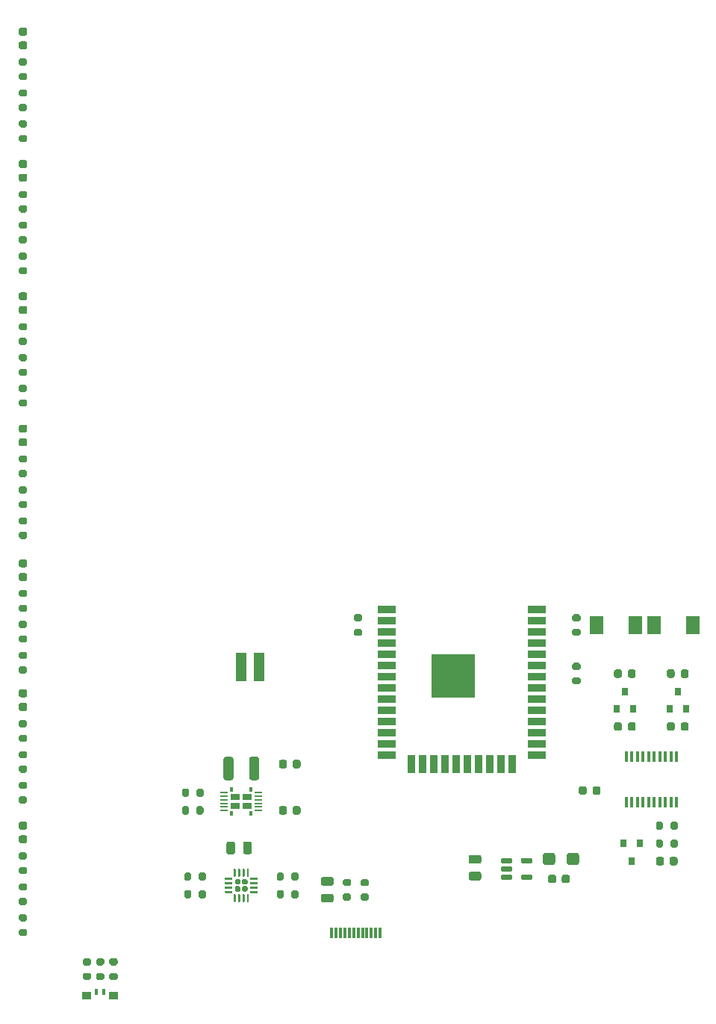
<source format=gbr>
G04 #@! TF.GenerationSoftware,KiCad,Pcbnew,(5.1.9-0-10_14)*
G04 #@! TF.CreationDate,2021-06-09T16:44:05+02:00*
G04 #@! TF.ProjectId,foodSampler_v22,666f6f64-5361-46d7-906c-65725f763232,rev?*
G04 #@! TF.SameCoordinates,Original*
G04 #@! TF.FileFunction,Paste,Top*
G04 #@! TF.FilePolarity,Positive*
%FSLAX46Y46*%
G04 Gerber Fmt 4.6, Leading zero omitted, Abs format (unit mm)*
G04 Created by KiCad (PCBNEW (5.1.9-0-10_14)) date 2021-06-09 16:44:05*
%MOMM*%
%LPD*%
G01*
G04 APERTURE LIST*
%ADD10R,0.200000X0.200000*%
%ADD11O,0.850000X0.200000*%
%ADD12R,1.100000X0.775000*%
%ADD13R,0.400000X0.575000*%
%ADD14R,1.500000X2.000000*%
%ADD15R,5.000000X5.000000*%
%ADD16R,2.000000X0.900000*%
%ADD17R,0.900000X2.000000*%
%ADD18R,0.800000X0.900000*%
%ADD19R,0.400000X1.200000*%
%ADD20R,1.250000X3.300000*%
%ADD21R,1.000000X0.900000*%
%ADD22R,0.400000X0.800000*%
%ADD23R,0.300000X1.200000*%
G04 APERTURE END LIST*
D10*
X55300000Y-135700000D03*
D11*
X54975000Y-135700000D03*
X54975000Y-136100000D03*
X54975000Y-136500000D03*
X54975000Y-135300000D03*
X54975000Y-134900000D03*
X54975000Y-134500000D03*
X51025000Y-136500000D03*
X51025000Y-136100000D03*
X51025000Y-135700000D03*
X51025000Y-135300000D03*
X51025000Y-134900000D03*
X51025000Y-134500000D03*
D10*
X55300000Y-135300000D03*
X55300000Y-134900000D03*
X55300000Y-134500000D03*
X55300000Y-136100000D03*
X55300000Y-136500000D03*
X50700000Y-136500000D03*
X50700000Y-136100000D03*
X50700000Y-135700000D03*
X50700000Y-135300000D03*
X50700000Y-134900000D03*
X50700000Y-134500000D03*
D12*
X52350000Y-135987500D03*
X53650000Y-135987500D03*
X53650000Y-135012500D03*
X52350000Y-135012500D03*
D13*
X51900000Y-134135000D03*
X51900000Y-136865000D03*
X54100000Y-136865000D03*
X54100000Y-134135000D03*
D14*
X97700000Y-115500000D03*
X93300000Y-115500000D03*
X104200000Y-115500000D03*
X99800000Y-115500000D03*
G36*
G01*
X89350000Y-144525000D02*
X89350000Y-144025000D01*
G75*
G02*
X89575000Y-143800000I225000J0D01*
G01*
X90025000Y-143800000D01*
G75*
G02*
X90250000Y-144025000I0J-225000D01*
G01*
X90250000Y-144525000D01*
G75*
G02*
X90025000Y-144750000I-225000J0D01*
G01*
X89575000Y-144750000D01*
G75*
G02*
X89350000Y-144525000I0J225000D01*
G01*
G37*
G36*
G01*
X87800000Y-144525000D02*
X87800000Y-144025000D01*
G75*
G02*
X88025000Y-143800000I225000J0D01*
G01*
X88475000Y-143800000D01*
G75*
G02*
X88700000Y-144025000I0J-225000D01*
G01*
X88700000Y-144525000D01*
G75*
G02*
X88475000Y-144750000I-225000J0D01*
G01*
X88025000Y-144750000D01*
G75*
G02*
X87800000Y-144525000I0J225000D01*
G01*
G37*
D15*
X77000000Y-121245000D03*
D16*
X69500000Y-113745000D03*
X69500000Y-115015000D03*
X69500000Y-116285000D03*
X69500000Y-117555000D03*
X69500000Y-118825000D03*
X69500000Y-120095000D03*
X69500000Y-121365000D03*
X69500000Y-122635000D03*
X69500000Y-123905000D03*
X69500000Y-125175000D03*
X69500000Y-126445000D03*
X69500000Y-127715000D03*
X69500000Y-128985000D03*
X69500000Y-130255000D03*
D17*
X72285000Y-131255000D03*
X73555000Y-131255000D03*
X74825000Y-131255000D03*
X76095000Y-131255000D03*
X77365000Y-131255000D03*
X78635000Y-131255000D03*
X79905000Y-131255000D03*
X81175000Y-131255000D03*
X82445000Y-131255000D03*
X83715000Y-131255000D03*
D16*
X86500000Y-130255000D03*
X86500000Y-128985000D03*
X86500000Y-127715000D03*
X86500000Y-126445000D03*
X86500000Y-125175000D03*
X86500000Y-123905000D03*
X86500000Y-122635000D03*
X86500000Y-121365000D03*
X86500000Y-120095000D03*
X86500000Y-118825000D03*
X86500000Y-117555000D03*
X86500000Y-116285000D03*
X86500000Y-115015000D03*
X86500000Y-113745000D03*
G36*
G01*
X96150000Y-120743750D02*
X96150000Y-121256250D01*
G75*
G02*
X95931250Y-121475000I-218750J0D01*
G01*
X95493750Y-121475000D01*
G75*
G02*
X95275000Y-121256250I0J218750D01*
G01*
X95275000Y-120743750D01*
G75*
G02*
X95493750Y-120525000I218750J0D01*
G01*
X95931250Y-120525000D01*
G75*
G02*
X96150000Y-120743750I0J-218750D01*
G01*
G37*
G36*
G01*
X97725000Y-120743750D02*
X97725000Y-121256250D01*
G75*
G02*
X97506250Y-121475000I-218750J0D01*
G01*
X97068750Y-121475000D01*
G75*
G02*
X96850000Y-121256250I0J218750D01*
G01*
X96850000Y-120743750D01*
G75*
G02*
X97068750Y-120525000I218750J0D01*
G01*
X97506250Y-120525000D01*
G75*
G02*
X97725000Y-120743750I0J-218750D01*
G01*
G37*
G36*
G01*
X103725000Y-120743750D02*
X103725000Y-121256250D01*
G75*
G02*
X103506250Y-121475000I-218750J0D01*
G01*
X103068750Y-121475000D01*
G75*
G02*
X102850000Y-121256250I0J218750D01*
G01*
X102850000Y-120743750D01*
G75*
G02*
X103068750Y-120525000I218750J0D01*
G01*
X103506250Y-120525000D01*
G75*
G02*
X103725000Y-120743750I0J-218750D01*
G01*
G37*
G36*
G01*
X102150000Y-120743750D02*
X102150000Y-121256250D01*
G75*
G02*
X101931250Y-121475000I-218750J0D01*
G01*
X101493750Y-121475000D01*
G75*
G02*
X101275000Y-121256250I0J218750D01*
G01*
X101275000Y-120743750D01*
G75*
G02*
X101493750Y-120525000I218750J0D01*
G01*
X101931250Y-120525000D01*
G75*
G02*
X102150000Y-120743750I0J-218750D01*
G01*
G37*
G36*
G01*
X93725000Y-133993750D02*
X93725000Y-134506250D01*
G75*
G02*
X93506250Y-134725000I-218750J0D01*
G01*
X93068750Y-134725000D01*
G75*
G02*
X92850000Y-134506250I0J218750D01*
G01*
X92850000Y-133993750D01*
G75*
G02*
X93068750Y-133775000I218750J0D01*
G01*
X93506250Y-133775000D01*
G75*
G02*
X93725000Y-133993750I0J-218750D01*
G01*
G37*
G36*
G01*
X92150000Y-133993750D02*
X92150000Y-134506250D01*
G75*
G02*
X91931250Y-134725000I-218750J0D01*
G01*
X91493750Y-134725000D01*
G75*
G02*
X91275000Y-134506250I0J218750D01*
G01*
X91275000Y-133993750D01*
G75*
G02*
X91493750Y-133775000I218750J0D01*
G01*
X91931250Y-133775000D01*
G75*
G02*
X92150000Y-133993750I0J-218750D01*
G01*
G37*
D18*
X95550000Y-125000000D03*
X97450000Y-125000000D03*
X96500000Y-123000000D03*
X102500000Y-123000000D03*
X103450000Y-125000000D03*
X101550000Y-125000000D03*
G36*
G01*
X97725000Y-126743750D02*
X97725000Y-127256250D01*
G75*
G02*
X97506250Y-127475000I-218750J0D01*
G01*
X97068750Y-127475000D01*
G75*
G02*
X96850000Y-127256250I0J218750D01*
G01*
X96850000Y-126743750D01*
G75*
G02*
X97068750Y-126525000I218750J0D01*
G01*
X97506250Y-126525000D01*
G75*
G02*
X97725000Y-126743750I0J-218750D01*
G01*
G37*
G36*
G01*
X96150000Y-126743750D02*
X96150000Y-127256250D01*
G75*
G02*
X95931250Y-127475000I-218750J0D01*
G01*
X95493750Y-127475000D01*
G75*
G02*
X95275000Y-127256250I0J218750D01*
G01*
X95275000Y-126743750D01*
G75*
G02*
X95493750Y-126525000I218750J0D01*
G01*
X95931250Y-126525000D01*
G75*
G02*
X96150000Y-126743750I0J-218750D01*
G01*
G37*
G36*
G01*
X102150000Y-126743750D02*
X102150000Y-127256250D01*
G75*
G02*
X101931250Y-127475000I-218750J0D01*
G01*
X101493750Y-127475000D01*
G75*
G02*
X101275000Y-127256250I0J218750D01*
G01*
X101275000Y-126743750D01*
G75*
G02*
X101493750Y-126525000I218750J0D01*
G01*
X101931250Y-126525000D01*
G75*
G02*
X102150000Y-126743750I0J-218750D01*
G01*
G37*
G36*
G01*
X103725000Y-126743750D02*
X103725000Y-127256250D01*
G75*
G02*
X103506250Y-127475000I-218750J0D01*
G01*
X103068750Y-127475000D01*
G75*
G02*
X102850000Y-127256250I0J218750D01*
G01*
X102850000Y-126743750D01*
G75*
G02*
X103068750Y-126525000I218750J0D01*
G01*
X103506250Y-126525000D01*
G75*
G02*
X103725000Y-126743750I0J-218750D01*
G01*
G37*
D19*
X102357500Y-130400000D03*
X101722500Y-130400000D03*
X101087500Y-130400000D03*
X100452500Y-130400000D03*
X99817500Y-130400000D03*
X99182500Y-130400000D03*
X98547500Y-130400000D03*
X97912500Y-130400000D03*
X97277500Y-130400000D03*
X96642500Y-130400000D03*
X96642500Y-135600000D03*
X97277500Y-135600000D03*
X97912500Y-135600000D03*
X98547500Y-135600000D03*
X99182500Y-135600000D03*
X99817500Y-135600000D03*
X100452500Y-135600000D03*
X101087500Y-135600000D03*
X101722500Y-135600000D03*
X102357500Y-135600000D03*
D18*
X98200000Y-140250000D03*
X96300000Y-140250000D03*
X97250000Y-142250000D03*
G36*
G01*
X63225000Y-146950000D02*
X62275000Y-146950000D01*
G75*
G02*
X62025000Y-146700000I0J250000D01*
G01*
X62025000Y-146200000D01*
G75*
G02*
X62275000Y-145950000I250000J0D01*
G01*
X63225000Y-145950000D01*
G75*
G02*
X63475000Y-146200000I0J-250000D01*
G01*
X63475000Y-146700000D01*
G75*
G02*
X63225000Y-146950000I-250000J0D01*
G01*
G37*
G36*
G01*
X63225000Y-145050000D02*
X62275000Y-145050000D01*
G75*
G02*
X62025000Y-144800000I0J250000D01*
G01*
X62025000Y-144300000D01*
G75*
G02*
X62275000Y-144050000I250000J0D01*
G01*
X63225000Y-144050000D01*
G75*
G02*
X63475000Y-144300000I0J-250000D01*
G01*
X63475000Y-144800000D01*
G75*
G02*
X63225000Y-145050000I-250000J0D01*
G01*
G37*
G36*
G01*
X53200000Y-141225000D02*
X53200000Y-140275000D01*
G75*
G02*
X53450000Y-140025000I250000J0D01*
G01*
X53950000Y-140025000D01*
G75*
G02*
X54200000Y-140275000I0J-250000D01*
G01*
X54200000Y-141225000D01*
G75*
G02*
X53950000Y-141475000I-250000J0D01*
G01*
X53450000Y-141475000D01*
G75*
G02*
X53200000Y-141225000I0J250000D01*
G01*
G37*
G36*
G01*
X51300000Y-141225000D02*
X51300000Y-140275000D01*
G75*
G02*
X51550000Y-140025000I250000J0D01*
G01*
X52050000Y-140025000D01*
G75*
G02*
X52300000Y-140275000I0J-250000D01*
G01*
X52300000Y-141225000D01*
G75*
G02*
X52050000Y-141475000I-250000J0D01*
G01*
X51550000Y-141475000D01*
G75*
G02*
X51300000Y-141225000I0J250000D01*
G01*
G37*
G36*
G01*
X79975000Y-142550000D02*
X79025000Y-142550000D01*
G75*
G02*
X78775000Y-142300000I0J250000D01*
G01*
X78775000Y-141800000D01*
G75*
G02*
X79025000Y-141550000I250000J0D01*
G01*
X79975000Y-141550000D01*
G75*
G02*
X80225000Y-141800000I0J-250000D01*
G01*
X80225000Y-142300000D01*
G75*
G02*
X79975000Y-142550000I-250000J0D01*
G01*
G37*
G36*
G01*
X79975000Y-144450000D02*
X79025000Y-144450000D01*
G75*
G02*
X78775000Y-144200000I0J250000D01*
G01*
X78775000Y-143700000D01*
G75*
G02*
X79025000Y-143450000I250000J0D01*
G01*
X79975000Y-143450000D01*
G75*
G02*
X80225000Y-143700000I0J-250000D01*
G01*
X80225000Y-144200000D01*
G75*
G02*
X79975000Y-144450000I-250000J0D01*
G01*
G37*
G36*
G01*
X57025000Y-146275000D02*
X57025000Y-145725000D01*
G75*
G02*
X57225000Y-145525000I200000J0D01*
G01*
X57625000Y-145525000D01*
G75*
G02*
X57825000Y-145725000I0J-200000D01*
G01*
X57825000Y-146275000D01*
G75*
G02*
X57625000Y-146475000I-200000J0D01*
G01*
X57225000Y-146475000D01*
G75*
G02*
X57025000Y-146275000I0J200000D01*
G01*
G37*
G36*
G01*
X58675000Y-146275000D02*
X58675000Y-145725000D01*
G75*
G02*
X58875000Y-145525000I200000J0D01*
G01*
X59275000Y-145525000D01*
G75*
G02*
X59475000Y-145725000I0J-200000D01*
G01*
X59475000Y-146275000D01*
G75*
G02*
X59275000Y-146475000I-200000J0D01*
G01*
X58875000Y-146475000D01*
G75*
G02*
X58675000Y-146275000I0J200000D01*
G01*
G37*
G36*
G01*
X58675000Y-144275000D02*
X58675000Y-143725000D01*
G75*
G02*
X58875000Y-143525000I200000J0D01*
G01*
X59275000Y-143525000D01*
G75*
G02*
X59475000Y-143725000I0J-200000D01*
G01*
X59475000Y-144275000D01*
G75*
G02*
X59275000Y-144475000I-200000J0D01*
G01*
X58875000Y-144475000D01*
G75*
G02*
X58675000Y-144275000I0J200000D01*
G01*
G37*
G36*
G01*
X57025000Y-144275000D02*
X57025000Y-143725000D01*
G75*
G02*
X57225000Y-143525000I200000J0D01*
G01*
X57625000Y-143525000D01*
G75*
G02*
X57825000Y-143725000I0J-200000D01*
G01*
X57825000Y-144275000D01*
G75*
G02*
X57625000Y-144475000I-200000J0D01*
G01*
X57225000Y-144475000D01*
G75*
G02*
X57025000Y-144275000I0J200000D01*
G01*
G37*
G36*
G01*
X46525000Y-146275000D02*
X46525000Y-145725000D01*
G75*
G02*
X46725000Y-145525000I200000J0D01*
G01*
X47125000Y-145525000D01*
G75*
G02*
X47325000Y-145725000I0J-200000D01*
G01*
X47325000Y-146275000D01*
G75*
G02*
X47125000Y-146475000I-200000J0D01*
G01*
X46725000Y-146475000D01*
G75*
G02*
X46525000Y-146275000I0J200000D01*
G01*
G37*
G36*
G01*
X48175000Y-146275000D02*
X48175000Y-145725000D01*
G75*
G02*
X48375000Y-145525000I200000J0D01*
G01*
X48775000Y-145525000D01*
G75*
G02*
X48975000Y-145725000I0J-200000D01*
G01*
X48975000Y-146275000D01*
G75*
G02*
X48775000Y-146475000I-200000J0D01*
G01*
X48375000Y-146475000D01*
G75*
G02*
X48175000Y-146275000I0J200000D01*
G01*
G37*
G36*
G01*
X48175000Y-144275000D02*
X48175000Y-143725000D01*
G75*
G02*
X48375000Y-143525000I200000J0D01*
G01*
X48775000Y-143525000D01*
G75*
G02*
X48975000Y-143725000I0J-200000D01*
G01*
X48975000Y-144275000D01*
G75*
G02*
X48775000Y-144475000I-200000J0D01*
G01*
X48375000Y-144475000D01*
G75*
G02*
X48175000Y-144275000I0J200000D01*
G01*
G37*
G36*
G01*
X46525000Y-144275000D02*
X46525000Y-143725000D01*
G75*
G02*
X46725000Y-143525000I200000J0D01*
G01*
X47125000Y-143525000D01*
G75*
G02*
X47325000Y-143725000I0J-200000D01*
G01*
X47325000Y-144275000D01*
G75*
G02*
X47125000Y-144475000I-200000J0D01*
G01*
X46725000Y-144475000D01*
G75*
G02*
X46525000Y-144275000I0J200000D01*
G01*
G37*
G36*
G01*
X53687500Y-143125000D02*
X53812500Y-143125000D01*
G75*
G02*
X53875000Y-143187500I0J-62500D01*
G01*
X53875000Y-143937500D01*
G75*
G02*
X53812500Y-144000000I-62500J0D01*
G01*
X53687500Y-144000000D01*
G75*
G02*
X53625000Y-143937500I0J62500D01*
G01*
X53625000Y-143187500D01*
G75*
G02*
X53687500Y-143125000I62500J0D01*
G01*
G37*
G36*
G01*
X53187500Y-143125000D02*
X53312500Y-143125000D01*
G75*
G02*
X53375000Y-143187500I0J-62500D01*
G01*
X53375000Y-143937500D01*
G75*
G02*
X53312500Y-144000000I-62500J0D01*
G01*
X53187500Y-144000000D01*
G75*
G02*
X53125000Y-143937500I0J62500D01*
G01*
X53125000Y-143187500D01*
G75*
G02*
X53187500Y-143125000I62500J0D01*
G01*
G37*
G36*
G01*
X52687500Y-143125000D02*
X52812500Y-143125000D01*
G75*
G02*
X52875000Y-143187500I0J-62500D01*
G01*
X52875000Y-143937500D01*
G75*
G02*
X52812500Y-144000000I-62500J0D01*
G01*
X52687500Y-144000000D01*
G75*
G02*
X52625000Y-143937500I0J62500D01*
G01*
X52625000Y-143187500D01*
G75*
G02*
X52687500Y-143125000I62500J0D01*
G01*
G37*
G36*
G01*
X52187500Y-143125000D02*
X52312500Y-143125000D01*
G75*
G02*
X52375000Y-143187500I0J-62500D01*
G01*
X52375000Y-143937500D01*
G75*
G02*
X52312500Y-144000000I-62500J0D01*
G01*
X52187500Y-144000000D01*
G75*
G02*
X52125000Y-143937500I0J62500D01*
G01*
X52125000Y-143187500D01*
G75*
G02*
X52187500Y-143125000I62500J0D01*
G01*
G37*
G36*
G01*
X51187500Y-144125000D02*
X51937500Y-144125000D01*
G75*
G02*
X52000000Y-144187500I0J-62500D01*
G01*
X52000000Y-144312500D01*
G75*
G02*
X51937500Y-144375000I-62500J0D01*
G01*
X51187500Y-144375000D01*
G75*
G02*
X51125000Y-144312500I0J62500D01*
G01*
X51125000Y-144187500D01*
G75*
G02*
X51187500Y-144125000I62500J0D01*
G01*
G37*
G36*
G01*
X51187500Y-144625000D02*
X51937500Y-144625000D01*
G75*
G02*
X52000000Y-144687500I0J-62500D01*
G01*
X52000000Y-144812500D01*
G75*
G02*
X51937500Y-144875000I-62500J0D01*
G01*
X51187500Y-144875000D01*
G75*
G02*
X51125000Y-144812500I0J62500D01*
G01*
X51125000Y-144687500D01*
G75*
G02*
X51187500Y-144625000I62500J0D01*
G01*
G37*
G36*
G01*
X51187500Y-145125000D02*
X51937500Y-145125000D01*
G75*
G02*
X52000000Y-145187500I0J-62500D01*
G01*
X52000000Y-145312500D01*
G75*
G02*
X51937500Y-145375000I-62500J0D01*
G01*
X51187500Y-145375000D01*
G75*
G02*
X51125000Y-145312500I0J62500D01*
G01*
X51125000Y-145187500D01*
G75*
G02*
X51187500Y-145125000I62500J0D01*
G01*
G37*
G36*
G01*
X51187500Y-145625000D02*
X51937500Y-145625000D01*
G75*
G02*
X52000000Y-145687500I0J-62500D01*
G01*
X52000000Y-145812500D01*
G75*
G02*
X51937500Y-145875000I-62500J0D01*
G01*
X51187500Y-145875000D01*
G75*
G02*
X51125000Y-145812500I0J62500D01*
G01*
X51125000Y-145687500D01*
G75*
G02*
X51187500Y-145625000I62500J0D01*
G01*
G37*
G36*
G01*
X52187500Y-146000000D02*
X52312500Y-146000000D01*
G75*
G02*
X52375000Y-146062500I0J-62500D01*
G01*
X52375000Y-146812500D01*
G75*
G02*
X52312500Y-146875000I-62500J0D01*
G01*
X52187500Y-146875000D01*
G75*
G02*
X52125000Y-146812500I0J62500D01*
G01*
X52125000Y-146062500D01*
G75*
G02*
X52187500Y-146000000I62500J0D01*
G01*
G37*
G36*
G01*
X52687500Y-146000000D02*
X52812500Y-146000000D01*
G75*
G02*
X52875000Y-146062500I0J-62500D01*
G01*
X52875000Y-146812500D01*
G75*
G02*
X52812500Y-146875000I-62500J0D01*
G01*
X52687500Y-146875000D01*
G75*
G02*
X52625000Y-146812500I0J62500D01*
G01*
X52625000Y-146062500D01*
G75*
G02*
X52687500Y-146000000I62500J0D01*
G01*
G37*
G36*
G01*
X53187500Y-146000000D02*
X53312500Y-146000000D01*
G75*
G02*
X53375000Y-146062500I0J-62500D01*
G01*
X53375000Y-146812500D01*
G75*
G02*
X53312500Y-146875000I-62500J0D01*
G01*
X53187500Y-146875000D01*
G75*
G02*
X53125000Y-146812500I0J62500D01*
G01*
X53125000Y-146062500D01*
G75*
G02*
X53187500Y-146000000I62500J0D01*
G01*
G37*
G36*
G01*
X53687500Y-146000000D02*
X53812500Y-146000000D01*
G75*
G02*
X53875000Y-146062500I0J-62500D01*
G01*
X53875000Y-146812500D01*
G75*
G02*
X53812500Y-146875000I-62500J0D01*
G01*
X53687500Y-146875000D01*
G75*
G02*
X53625000Y-146812500I0J62500D01*
G01*
X53625000Y-146062500D01*
G75*
G02*
X53687500Y-146000000I62500J0D01*
G01*
G37*
G36*
G01*
X54062500Y-145625000D02*
X54812500Y-145625000D01*
G75*
G02*
X54875000Y-145687500I0J-62500D01*
G01*
X54875000Y-145812500D01*
G75*
G02*
X54812500Y-145875000I-62500J0D01*
G01*
X54062500Y-145875000D01*
G75*
G02*
X54000000Y-145812500I0J62500D01*
G01*
X54000000Y-145687500D01*
G75*
G02*
X54062500Y-145625000I62500J0D01*
G01*
G37*
G36*
G01*
X54062500Y-145125000D02*
X54812500Y-145125000D01*
G75*
G02*
X54875000Y-145187500I0J-62500D01*
G01*
X54875000Y-145312500D01*
G75*
G02*
X54812500Y-145375000I-62500J0D01*
G01*
X54062500Y-145375000D01*
G75*
G02*
X54000000Y-145312500I0J62500D01*
G01*
X54000000Y-145187500D01*
G75*
G02*
X54062500Y-145125000I62500J0D01*
G01*
G37*
G36*
G01*
X54062500Y-144625000D02*
X54812500Y-144625000D01*
G75*
G02*
X54875000Y-144687500I0J-62500D01*
G01*
X54875000Y-144812500D01*
G75*
G02*
X54812500Y-144875000I-62500J0D01*
G01*
X54062500Y-144875000D01*
G75*
G02*
X54000000Y-144812500I0J62500D01*
G01*
X54000000Y-144687500D01*
G75*
G02*
X54062500Y-144625000I62500J0D01*
G01*
G37*
G36*
G01*
X54062500Y-144125000D02*
X54812500Y-144125000D01*
G75*
G02*
X54875000Y-144187500I0J-62500D01*
G01*
X54875000Y-144312500D01*
G75*
G02*
X54812500Y-144375000I-62500J0D01*
G01*
X54062500Y-144375000D01*
G75*
G02*
X54000000Y-144312500I0J62500D01*
G01*
X54000000Y-144187500D01*
G75*
G02*
X54062500Y-144125000I62500J0D01*
G01*
G37*
G36*
G01*
X53240000Y-144280000D02*
X53560000Y-144280000D01*
G75*
G02*
X53720000Y-144440000I0J-160000D01*
G01*
X53720000Y-144760000D01*
G75*
G02*
X53560000Y-144920000I-160000J0D01*
G01*
X53240000Y-144920000D01*
G75*
G02*
X53080000Y-144760000I0J160000D01*
G01*
X53080000Y-144440000D01*
G75*
G02*
X53240000Y-144280000I160000J0D01*
G01*
G37*
G36*
G01*
X52440000Y-144280000D02*
X52760000Y-144280000D01*
G75*
G02*
X52920000Y-144440000I0J-160000D01*
G01*
X52920000Y-144760000D01*
G75*
G02*
X52760000Y-144920000I-160000J0D01*
G01*
X52440000Y-144920000D01*
G75*
G02*
X52280000Y-144760000I0J160000D01*
G01*
X52280000Y-144440000D01*
G75*
G02*
X52440000Y-144280000I160000J0D01*
G01*
G37*
G36*
G01*
X53240000Y-145080000D02*
X53560000Y-145080000D01*
G75*
G02*
X53720000Y-145240000I0J-160000D01*
G01*
X53720000Y-145560000D01*
G75*
G02*
X53560000Y-145720000I-160000J0D01*
G01*
X53240000Y-145720000D01*
G75*
G02*
X53080000Y-145560000I0J160000D01*
G01*
X53080000Y-145240000D01*
G75*
G02*
X53240000Y-145080000I160000J0D01*
G01*
G37*
G36*
G01*
X52440000Y-145080000D02*
X52760000Y-145080000D01*
G75*
G02*
X52920000Y-145240000I0J-160000D01*
G01*
X52920000Y-145560000D01*
G75*
G02*
X52760000Y-145720000I-160000J0D01*
G01*
X52440000Y-145720000D01*
G75*
G02*
X52280000Y-145560000I0J160000D01*
G01*
X52280000Y-145240000D01*
G75*
G02*
X52440000Y-145080000I160000J0D01*
G01*
G37*
G36*
G01*
X82425001Y-142335001D02*
X82425001Y-142035001D01*
G75*
G02*
X82575001Y-141885001I150000J0D01*
G01*
X83600001Y-141885001D01*
G75*
G02*
X83750001Y-142035001I0J-150000D01*
G01*
X83750001Y-142335001D01*
G75*
G02*
X83600001Y-142485001I-150000J0D01*
G01*
X82575001Y-142485001D01*
G75*
G02*
X82425001Y-142335001I0J150000D01*
G01*
G37*
G36*
G01*
X82425001Y-143285001D02*
X82425001Y-142985001D01*
G75*
G02*
X82575001Y-142835001I150000J0D01*
G01*
X83600001Y-142835001D01*
G75*
G02*
X83750001Y-142985001I0J-150000D01*
G01*
X83750001Y-143285001D01*
G75*
G02*
X83600001Y-143435001I-150000J0D01*
G01*
X82575001Y-143435001D01*
G75*
G02*
X82425001Y-143285001I0J150000D01*
G01*
G37*
G36*
G01*
X82425001Y-144235001D02*
X82425001Y-143935001D01*
G75*
G02*
X82575001Y-143785001I150000J0D01*
G01*
X83600001Y-143785001D01*
G75*
G02*
X83750001Y-143935001I0J-150000D01*
G01*
X83750001Y-144235001D01*
G75*
G02*
X83600001Y-144385001I-150000J0D01*
G01*
X82575001Y-144385001D01*
G75*
G02*
X82425001Y-144235001I0J150000D01*
G01*
G37*
G36*
G01*
X84700001Y-144235001D02*
X84700001Y-143935001D01*
G75*
G02*
X84850001Y-143785001I150000J0D01*
G01*
X85875001Y-143785001D01*
G75*
G02*
X86025001Y-143935001I0J-150000D01*
G01*
X86025001Y-144235001D01*
G75*
G02*
X85875001Y-144385001I-150000J0D01*
G01*
X84850001Y-144385001D01*
G75*
G02*
X84700001Y-144235001I0J150000D01*
G01*
G37*
G36*
G01*
X84700001Y-142335001D02*
X84700001Y-142035001D01*
G75*
G02*
X84850001Y-141885001I150000J0D01*
G01*
X85875001Y-141885001D01*
G75*
G02*
X86025001Y-142035001I0J-150000D01*
G01*
X86025001Y-142335001D01*
G75*
G02*
X85875001Y-142485001I-150000J0D01*
G01*
X84850001Y-142485001D01*
G75*
G02*
X84700001Y-142335001I0J150000D01*
G01*
G37*
G36*
G01*
X87200000Y-142425001D02*
X87200000Y-141574999D01*
G75*
G02*
X87449999Y-141325000I249999J0D01*
G01*
X88350001Y-141325000D01*
G75*
G02*
X88600000Y-141574999I0J-249999D01*
G01*
X88600000Y-142425001D01*
G75*
G02*
X88350001Y-142675000I-249999J0D01*
G01*
X87449999Y-142675000D01*
G75*
G02*
X87200000Y-142425001I0J249999D01*
G01*
G37*
G36*
G01*
X89900000Y-142425001D02*
X89900000Y-141574999D01*
G75*
G02*
X90149999Y-141325000I249999J0D01*
G01*
X91050001Y-141325000D01*
G75*
G02*
X91300000Y-141574999I0J-249999D01*
G01*
X91300000Y-142425001D01*
G75*
G02*
X91050001Y-142675000I-249999J0D01*
G01*
X90149999Y-142675000D01*
G75*
G02*
X89900000Y-142425001I0J249999D01*
G01*
G37*
D20*
X55000000Y-120250000D03*
X53000000Y-120250000D03*
D21*
X38500000Y-157500000D03*
X35500000Y-157500000D03*
D22*
X36550000Y-157050000D03*
X37400000Y-157050000D03*
G36*
G01*
X38775000Y-154075000D02*
X38225000Y-154075000D01*
G75*
G02*
X38025000Y-153875000I0J200000D01*
G01*
X38025000Y-153475000D01*
G75*
G02*
X38225000Y-153275000I200000J0D01*
G01*
X38775000Y-153275000D01*
G75*
G02*
X38975000Y-153475000I0J-200000D01*
G01*
X38975000Y-153875000D01*
G75*
G02*
X38775000Y-154075000I-200000J0D01*
G01*
G37*
G36*
G01*
X38775000Y-155725000D02*
X38225000Y-155725000D01*
G75*
G02*
X38025000Y-155525000I0J200000D01*
G01*
X38025000Y-155125000D01*
G75*
G02*
X38225000Y-154925000I200000J0D01*
G01*
X38775000Y-154925000D01*
G75*
G02*
X38975000Y-155125000I0J-200000D01*
G01*
X38975000Y-155525000D01*
G75*
G02*
X38775000Y-155725000I-200000J0D01*
G01*
G37*
G36*
G01*
X35775000Y-155725000D02*
X35225000Y-155725000D01*
G75*
G02*
X35025000Y-155525000I0J200000D01*
G01*
X35025000Y-155125000D01*
G75*
G02*
X35225000Y-154925000I200000J0D01*
G01*
X35775000Y-154925000D01*
G75*
G02*
X35975000Y-155125000I0J-200000D01*
G01*
X35975000Y-155525000D01*
G75*
G02*
X35775000Y-155725000I-200000J0D01*
G01*
G37*
G36*
G01*
X35775000Y-154075000D02*
X35225000Y-154075000D01*
G75*
G02*
X35025000Y-153875000I0J200000D01*
G01*
X35025000Y-153475000D01*
G75*
G02*
X35225000Y-153275000I200000J0D01*
G01*
X35775000Y-153275000D01*
G75*
G02*
X35975000Y-153475000I0J-200000D01*
G01*
X35975000Y-153875000D01*
G75*
G02*
X35775000Y-154075000I-200000J0D01*
G01*
G37*
G36*
G01*
X37275000Y-155725000D02*
X36725000Y-155725000D01*
G75*
G02*
X36525000Y-155525000I0J200000D01*
G01*
X36525000Y-155125000D01*
G75*
G02*
X36725000Y-154925000I200000J0D01*
G01*
X37275000Y-154925000D01*
G75*
G02*
X37475000Y-155125000I0J-200000D01*
G01*
X37475000Y-155525000D01*
G75*
G02*
X37275000Y-155725000I-200000J0D01*
G01*
G37*
G36*
G01*
X37275000Y-154075000D02*
X36725000Y-154075000D01*
G75*
G02*
X36525000Y-153875000I0J200000D01*
G01*
X36525000Y-153475000D01*
G75*
G02*
X36725000Y-153275000I200000J0D01*
G01*
X37275000Y-153275000D01*
G75*
G02*
X37475000Y-153475000I0J-200000D01*
G01*
X37475000Y-153875000D01*
G75*
G02*
X37275000Y-154075000I-200000J0D01*
G01*
G37*
G36*
G01*
X67275000Y-146725000D02*
X66725000Y-146725000D01*
G75*
G02*
X66525000Y-146525000I0J200000D01*
G01*
X66525000Y-146125000D01*
G75*
G02*
X66725000Y-145925000I200000J0D01*
G01*
X67275000Y-145925000D01*
G75*
G02*
X67475000Y-146125000I0J-200000D01*
G01*
X67475000Y-146525000D01*
G75*
G02*
X67275000Y-146725000I-200000J0D01*
G01*
G37*
G36*
G01*
X67275000Y-145075000D02*
X66725000Y-145075000D01*
G75*
G02*
X66525000Y-144875000I0J200000D01*
G01*
X66525000Y-144475000D01*
G75*
G02*
X66725000Y-144275000I200000J0D01*
G01*
X67275000Y-144275000D01*
G75*
G02*
X67475000Y-144475000I0J-200000D01*
G01*
X67475000Y-144875000D01*
G75*
G02*
X67275000Y-145075000I-200000J0D01*
G01*
G37*
G36*
G01*
X64725000Y-145925000D02*
X65275000Y-145925000D01*
G75*
G02*
X65475000Y-146125000I0J-200000D01*
G01*
X65475000Y-146525000D01*
G75*
G02*
X65275000Y-146725000I-200000J0D01*
G01*
X64725000Y-146725000D01*
G75*
G02*
X64525000Y-146525000I0J200000D01*
G01*
X64525000Y-146125000D01*
G75*
G02*
X64725000Y-145925000I200000J0D01*
G01*
G37*
G36*
G01*
X64725000Y-144275000D02*
X65275000Y-144275000D01*
G75*
G02*
X65475000Y-144475000I0J-200000D01*
G01*
X65475000Y-144875000D01*
G75*
G02*
X65275000Y-145075000I-200000J0D01*
G01*
X64725000Y-145075000D01*
G75*
G02*
X64525000Y-144875000I0J200000D01*
G01*
X64525000Y-144475000D01*
G75*
G02*
X64725000Y-144275000I200000J0D01*
G01*
G37*
G36*
G01*
X58825000Y-136750000D02*
X58825000Y-136250000D01*
G75*
G02*
X59050000Y-136025000I225000J0D01*
G01*
X59500000Y-136025000D01*
G75*
G02*
X59725000Y-136250000I0J-225000D01*
G01*
X59725000Y-136750000D01*
G75*
G02*
X59500000Y-136975000I-225000J0D01*
G01*
X59050000Y-136975000D01*
G75*
G02*
X58825000Y-136750000I0J225000D01*
G01*
G37*
G36*
G01*
X57275000Y-136750000D02*
X57275000Y-136250000D01*
G75*
G02*
X57500000Y-136025000I225000J0D01*
G01*
X57950000Y-136025000D01*
G75*
G02*
X58175000Y-136250000I0J-225000D01*
G01*
X58175000Y-136750000D01*
G75*
G02*
X57950000Y-136975000I-225000J0D01*
G01*
X57500000Y-136975000D01*
G75*
G02*
X57275000Y-136750000I0J225000D01*
G01*
G37*
G36*
G01*
X58825000Y-131500000D02*
X58825000Y-131000000D01*
G75*
G02*
X59050000Y-130775000I225000J0D01*
G01*
X59500000Y-130775000D01*
G75*
G02*
X59725000Y-131000000I0J-225000D01*
G01*
X59725000Y-131500000D01*
G75*
G02*
X59500000Y-131725000I-225000J0D01*
G01*
X59050000Y-131725000D01*
G75*
G02*
X58825000Y-131500000I0J225000D01*
G01*
G37*
G36*
G01*
X57275000Y-131500000D02*
X57275000Y-131000000D01*
G75*
G02*
X57500000Y-130775000I225000J0D01*
G01*
X57950000Y-130775000D01*
G75*
G02*
X58175000Y-131000000I0J-225000D01*
G01*
X58175000Y-131500000D01*
G75*
G02*
X57950000Y-131725000I-225000J0D01*
G01*
X57500000Y-131725000D01*
G75*
G02*
X57275000Y-131500000I0J225000D01*
G01*
G37*
G36*
G01*
X28500000Y-50225000D02*
X28000000Y-50225000D01*
G75*
G02*
X27775000Y-50000000I0J225000D01*
G01*
X27775000Y-49550000D01*
G75*
G02*
X28000000Y-49325000I225000J0D01*
G01*
X28500000Y-49325000D01*
G75*
G02*
X28725000Y-49550000I0J-225000D01*
G01*
X28725000Y-50000000D01*
G75*
G02*
X28500000Y-50225000I-225000J0D01*
G01*
G37*
G36*
G01*
X28500000Y-48675000D02*
X28000000Y-48675000D01*
G75*
G02*
X27775000Y-48450000I0J225000D01*
G01*
X27775000Y-48000000D01*
G75*
G02*
X28000000Y-47775000I225000J0D01*
G01*
X28500000Y-47775000D01*
G75*
G02*
X28725000Y-48000000I0J-225000D01*
G01*
X28725000Y-48450000D01*
G75*
G02*
X28500000Y-48675000I-225000J0D01*
G01*
G37*
G36*
G01*
X28500000Y-65225000D02*
X28000000Y-65225000D01*
G75*
G02*
X27775000Y-65000000I0J225000D01*
G01*
X27775000Y-64550000D01*
G75*
G02*
X28000000Y-64325000I225000J0D01*
G01*
X28500000Y-64325000D01*
G75*
G02*
X28725000Y-64550000I0J-225000D01*
G01*
X28725000Y-65000000D01*
G75*
G02*
X28500000Y-65225000I-225000J0D01*
G01*
G37*
G36*
G01*
X28500000Y-63675000D02*
X28000000Y-63675000D01*
G75*
G02*
X27775000Y-63450000I0J225000D01*
G01*
X27775000Y-63000000D01*
G75*
G02*
X28000000Y-62775000I225000J0D01*
G01*
X28500000Y-62775000D01*
G75*
G02*
X28725000Y-63000000I0J-225000D01*
G01*
X28725000Y-63450000D01*
G75*
G02*
X28500000Y-63675000I-225000J0D01*
G01*
G37*
G36*
G01*
X28500000Y-80225000D02*
X28000000Y-80225000D01*
G75*
G02*
X27775000Y-80000000I0J225000D01*
G01*
X27775000Y-79550000D01*
G75*
G02*
X28000000Y-79325000I225000J0D01*
G01*
X28500000Y-79325000D01*
G75*
G02*
X28725000Y-79550000I0J-225000D01*
G01*
X28725000Y-80000000D01*
G75*
G02*
X28500000Y-80225000I-225000J0D01*
G01*
G37*
G36*
G01*
X28500000Y-78675000D02*
X28000000Y-78675000D01*
G75*
G02*
X27775000Y-78450000I0J225000D01*
G01*
X27775000Y-78000000D01*
G75*
G02*
X28000000Y-77775000I225000J0D01*
G01*
X28500000Y-77775000D01*
G75*
G02*
X28725000Y-78000000I0J-225000D01*
G01*
X28725000Y-78450000D01*
G75*
G02*
X28500000Y-78675000I-225000J0D01*
G01*
G37*
G36*
G01*
X28500000Y-95225000D02*
X28000000Y-95225000D01*
G75*
G02*
X27775000Y-95000000I0J225000D01*
G01*
X27775000Y-94550000D01*
G75*
G02*
X28000000Y-94325000I225000J0D01*
G01*
X28500000Y-94325000D01*
G75*
G02*
X28725000Y-94550000I0J-225000D01*
G01*
X28725000Y-95000000D01*
G75*
G02*
X28500000Y-95225000I-225000J0D01*
G01*
G37*
G36*
G01*
X28500000Y-93675000D02*
X28000000Y-93675000D01*
G75*
G02*
X27775000Y-93450000I0J225000D01*
G01*
X27775000Y-93000000D01*
G75*
G02*
X28000000Y-92775000I225000J0D01*
G01*
X28500000Y-92775000D01*
G75*
G02*
X28725000Y-93000000I0J-225000D01*
G01*
X28725000Y-93450000D01*
G75*
G02*
X28500000Y-93675000I-225000J0D01*
G01*
G37*
G36*
G01*
X28500000Y-108950000D02*
X28000000Y-108950000D01*
G75*
G02*
X27775000Y-108725000I0J225000D01*
G01*
X27775000Y-108275000D01*
G75*
G02*
X28000000Y-108050000I225000J0D01*
G01*
X28500000Y-108050000D01*
G75*
G02*
X28725000Y-108275000I0J-225000D01*
G01*
X28725000Y-108725000D01*
G75*
G02*
X28500000Y-108950000I-225000J0D01*
G01*
G37*
G36*
G01*
X28500000Y-110500000D02*
X28000000Y-110500000D01*
G75*
G02*
X27775000Y-110275000I0J225000D01*
G01*
X27775000Y-109825000D01*
G75*
G02*
X28000000Y-109600000I225000J0D01*
G01*
X28500000Y-109600000D01*
G75*
G02*
X28725000Y-109825000I0J-225000D01*
G01*
X28725000Y-110275000D01*
G75*
G02*
X28500000Y-110500000I-225000J0D01*
G01*
G37*
G36*
G01*
X28500000Y-125225000D02*
X28000000Y-125225000D01*
G75*
G02*
X27775000Y-125000000I0J225000D01*
G01*
X27775000Y-124550000D01*
G75*
G02*
X28000000Y-124325000I225000J0D01*
G01*
X28500000Y-124325000D01*
G75*
G02*
X28725000Y-124550000I0J-225000D01*
G01*
X28725000Y-125000000D01*
G75*
G02*
X28500000Y-125225000I-225000J0D01*
G01*
G37*
G36*
G01*
X28500000Y-123675000D02*
X28000000Y-123675000D01*
G75*
G02*
X27775000Y-123450000I0J225000D01*
G01*
X27775000Y-123000000D01*
G75*
G02*
X28000000Y-122775000I225000J0D01*
G01*
X28500000Y-122775000D01*
G75*
G02*
X28725000Y-123000000I0J-225000D01*
G01*
X28725000Y-123450000D01*
G75*
G02*
X28500000Y-123675000I-225000J0D01*
G01*
G37*
G36*
G01*
X28500000Y-138675000D02*
X28000000Y-138675000D01*
G75*
G02*
X27775000Y-138450000I0J225000D01*
G01*
X27775000Y-138000000D01*
G75*
G02*
X28000000Y-137775000I225000J0D01*
G01*
X28500000Y-137775000D01*
G75*
G02*
X28725000Y-138000000I0J-225000D01*
G01*
X28725000Y-138450000D01*
G75*
G02*
X28500000Y-138675000I-225000J0D01*
G01*
G37*
G36*
G01*
X28500000Y-140225000D02*
X28000000Y-140225000D01*
G75*
G02*
X27775000Y-140000000I0J225000D01*
G01*
X27775000Y-139550000D01*
G75*
G02*
X28000000Y-139325000I225000J0D01*
G01*
X28500000Y-139325000D01*
G75*
G02*
X28725000Y-139550000I0J-225000D01*
G01*
X28725000Y-140000000D01*
G75*
G02*
X28500000Y-140225000I-225000J0D01*
G01*
G37*
D23*
X63750000Y-150400000D03*
X64250000Y-150400000D03*
X64750000Y-150400000D03*
X65250000Y-150400000D03*
X65750000Y-150400000D03*
X66250000Y-150400000D03*
X66750000Y-150400000D03*
X67250000Y-150400000D03*
X67750000Y-150400000D03*
X68250000Y-150400000D03*
X63250000Y-150400000D03*
X68750000Y-150400000D03*
G36*
G01*
X47925000Y-136775000D02*
X47925000Y-136225000D01*
G75*
G02*
X48125000Y-136025000I200000J0D01*
G01*
X48525000Y-136025000D01*
G75*
G02*
X48725000Y-136225000I0J-200000D01*
G01*
X48725000Y-136775000D01*
G75*
G02*
X48525000Y-136975000I-200000J0D01*
G01*
X48125000Y-136975000D01*
G75*
G02*
X47925000Y-136775000I0J200000D01*
G01*
G37*
G36*
G01*
X46275000Y-136775000D02*
X46275000Y-136225000D01*
G75*
G02*
X46475000Y-136025000I200000J0D01*
G01*
X46875000Y-136025000D01*
G75*
G02*
X47075000Y-136225000I0J-200000D01*
G01*
X47075000Y-136775000D01*
G75*
G02*
X46875000Y-136975000I-200000J0D01*
G01*
X46475000Y-136975000D01*
G75*
G02*
X46275000Y-136775000I0J200000D01*
G01*
G37*
G36*
G01*
X48725000Y-134225000D02*
X48725000Y-134775000D01*
G75*
G02*
X48525000Y-134975000I-200000J0D01*
G01*
X48125000Y-134975000D01*
G75*
G02*
X47925000Y-134775000I0J200000D01*
G01*
X47925000Y-134225000D01*
G75*
G02*
X48125000Y-134025000I200000J0D01*
G01*
X48525000Y-134025000D01*
G75*
G02*
X48725000Y-134225000I0J-200000D01*
G01*
G37*
G36*
G01*
X47075000Y-134225000D02*
X47075000Y-134775000D01*
G75*
G02*
X46875000Y-134975000I-200000J0D01*
G01*
X46475000Y-134975000D01*
G75*
G02*
X46275000Y-134775000I0J200000D01*
G01*
X46275000Y-134225000D01*
G75*
G02*
X46475000Y-134025000I200000J0D01*
G01*
X46875000Y-134025000D01*
G75*
G02*
X47075000Y-134225000I0J-200000D01*
G01*
G37*
G36*
G01*
X50975000Y-132825001D02*
X50975000Y-130674999D01*
G75*
G02*
X51224999Y-130425000I249999J0D01*
G01*
X51850001Y-130425000D01*
G75*
G02*
X52100000Y-130674999I0J-249999D01*
G01*
X52100000Y-132825001D01*
G75*
G02*
X51850001Y-133075000I-249999J0D01*
G01*
X51224999Y-133075000D01*
G75*
G02*
X50975000Y-132825001I0J249999D01*
G01*
G37*
G36*
G01*
X53900000Y-132825001D02*
X53900000Y-130674999D01*
G75*
G02*
X54149999Y-130425000I249999J0D01*
G01*
X54775001Y-130425000D01*
G75*
G02*
X55025000Y-130674999I0J-249999D01*
G01*
X55025000Y-132825001D01*
G75*
G02*
X54775001Y-133075000I-249999J0D01*
G01*
X54149999Y-133075000D01*
G75*
G02*
X53900000Y-132825001I0J249999D01*
G01*
G37*
G36*
G01*
X90725000Y-114275000D02*
X91275000Y-114275000D01*
G75*
G02*
X91475000Y-114475000I0J-200000D01*
G01*
X91475000Y-114875000D01*
G75*
G02*
X91275000Y-115075000I-200000J0D01*
G01*
X90725000Y-115075000D01*
G75*
G02*
X90525000Y-114875000I0J200000D01*
G01*
X90525000Y-114475000D01*
G75*
G02*
X90725000Y-114275000I200000J0D01*
G01*
G37*
G36*
G01*
X90725000Y-115925000D02*
X91275000Y-115925000D01*
G75*
G02*
X91475000Y-116125000I0J-200000D01*
G01*
X91475000Y-116525000D01*
G75*
G02*
X91275000Y-116725000I-200000J0D01*
G01*
X90725000Y-116725000D01*
G75*
G02*
X90525000Y-116525000I0J200000D01*
G01*
X90525000Y-116125000D01*
G75*
G02*
X90725000Y-115925000I200000J0D01*
G01*
G37*
G36*
G01*
X90725000Y-121425000D02*
X91275000Y-121425000D01*
G75*
G02*
X91475000Y-121625000I0J-200000D01*
G01*
X91475000Y-122025000D01*
G75*
G02*
X91275000Y-122225000I-200000J0D01*
G01*
X90725000Y-122225000D01*
G75*
G02*
X90525000Y-122025000I0J200000D01*
G01*
X90525000Y-121625000D01*
G75*
G02*
X90725000Y-121425000I200000J0D01*
G01*
G37*
G36*
G01*
X90725000Y-119775000D02*
X91275000Y-119775000D01*
G75*
G02*
X91475000Y-119975000I0J-200000D01*
G01*
X91475000Y-120375000D01*
G75*
G02*
X91275000Y-120575000I-200000J0D01*
G01*
X90725000Y-120575000D01*
G75*
G02*
X90525000Y-120375000I0J200000D01*
G01*
X90525000Y-119975000D01*
G75*
G02*
X90725000Y-119775000I200000J0D01*
G01*
G37*
G36*
G01*
X65975000Y-114275000D02*
X66525000Y-114275000D01*
G75*
G02*
X66725000Y-114475000I0J-200000D01*
G01*
X66725000Y-114875000D01*
G75*
G02*
X66525000Y-115075000I-200000J0D01*
G01*
X65975000Y-115075000D01*
G75*
G02*
X65775000Y-114875000I0J200000D01*
G01*
X65775000Y-114475000D01*
G75*
G02*
X65975000Y-114275000I200000J0D01*
G01*
G37*
G36*
G01*
X65975000Y-115925000D02*
X66525000Y-115925000D01*
G75*
G02*
X66725000Y-116125000I0J-200000D01*
G01*
X66725000Y-116525000D01*
G75*
G02*
X66525000Y-116725000I-200000J0D01*
G01*
X65975000Y-116725000D01*
G75*
G02*
X65775000Y-116525000I0J200000D01*
G01*
X65775000Y-116125000D01*
G75*
G02*
X65975000Y-115925000I200000J0D01*
G01*
G37*
G36*
G01*
X28525000Y-53725000D02*
X27975000Y-53725000D01*
G75*
G02*
X27775000Y-53525000I0J200000D01*
G01*
X27775000Y-53125000D01*
G75*
G02*
X27975000Y-52925000I200000J0D01*
G01*
X28525000Y-52925000D01*
G75*
G02*
X28725000Y-53125000I0J-200000D01*
G01*
X28725000Y-53525000D01*
G75*
G02*
X28525000Y-53725000I-200000J0D01*
G01*
G37*
G36*
G01*
X28525000Y-52075000D02*
X27975000Y-52075000D01*
G75*
G02*
X27775000Y-51875000I0J200000D01*
G01*
X27775000Y-51475000D01*
G75*
G02*
X27975000Y-51275000I200000J0D01*
G01*
X28525000Y-51275000D01*
G75*
G02*
X28725000Y-51475000I0J-200000D01*
G01*
X28725000Y-51875000D01*
G75*
G02*
X28525000Y-52075000I-200000J0D01*
G01*
G37*
G36*
G01*
X28525000Y-68725000D02*
X27975000Y-68725000D01*
G75*
G02*
X27775000Y-68525000I0J200000D01*
G01*
X27775000Y-68125000D01*
G75*
G02*
X27975000Y-67925000I200000J0D01*
G01*
X28525000Y-67925000D01*
G75*
G02*
X28725000Y-68125000I0J-200000D01*
G01*
X28725000Y-68525000D01*
G75*
G02*
X28525000Y-68725000I-200000J0D01*
G01*
G37*
G36*
G01*
X28525000Y-67075000D02*
X27975000Y-67075000D01*
G75*
G02*
X27775000Y-66875000I0J200000D01*
G01*
X27775000Y-66475000D01*
G75*
G02*
X27975000Y-66275000I200000J0D01*
G01*
X28525000Y-66275000D01*
G75*
G02*
X28725000Y-66475000I0J-200000D01*
G01*
X28725000Y-66875000D01*
G75*
G02*
X28525000Y-67075000I-200000J0D01*
G01*
G37*
G36*
G01*
X28525000Y-82075000D02*
X27975000Y-82075000D01*
G75*
G02*
X27775000Y-81875000I0J200000D01*
G01*
X27775000Y-81475000D01*
G75*
G02*
X27975000Y-81275000I200000J0D01*
G01*
X28525000Y-81275000D01*
G75*
G02*
X28725000Y-81475000I0J-200000D01*
G01*
X28725000Y-81875000D01*
G75*
G02*
X28525000Y-82075000I-200000J0D01*
G01*
G37*
G36*
G01*
X28525000Y-83725000D02*
X27975000Y-83725000D01*
G75*
G02*
X27775000Y-83525000I0J200000D01*
G01*
X27775000Y-83125000D01*
G75*
G02*
X27975000Y-82925000I200000J0D01*
G01*
X28525000Y-82925000D01*
G75*
G02*
X28725000Y-83125000I0J-200000D01*
G01*
X28725000Y-83525000D01*
G75*
G02*
X28525000Y-83725000I-200000J0D01*
G01*
G37*
G36*
G01*
X28525000Y-98725000D02*
X27975000Y-98725000D01*
G75*
G02*
X27775000Y-98525000I0J200000D01*
G01*
X27775000Y-98125000D01*
G75*
G02*
X27975000Y-97925000I200000J0D01*
G01*
X28525000Y-97925000D01*
G75*
G02*
X28725000Y-98125000I0J-200000D01*
G01*
X28725000Y-98525000D01*
G75*
G02*
X28525000Y-98725000I-200000J0D01*
G01*
G37*
G36*
G01*
X28525000Y-97075000D02*
X27975000Y-97075000D01*
G75*
G02*
X27775000Y-96875000I0J200000D01*
G01*
X27775000Y-96475000D01*
G75*
G02*
X27975000Y-96275000I200000J0D01*
G01*
X28525000Y-96275000D01*
G75*
G02*
X28725000Y-96475000I0J-200000D01*
G01*
X28725000Y-96875000D01*
G75*
G02*
X28525000Y-97075000I-200000J0D01*
G01*
G37*
G36*
G01*
X28525000Y-112325000D02*
X27975000Y-112325000D01*
G75*
G02*
X27775000Y-112125000I0J200000D01*
G01*
X27775000Y-111725000D01*
G75*
G02*
X27975000Y-111525000I200000J0D01*
G01*
X28525000Y-111525000D01*
G75*
G02*
X28725000Y-111725000I0J-200000D01*
G01*
X28725000Y-112125000D01*
G75*
G02*
X28525000Y-112325000I-200000J0D01*
G01*
G37*
G36*
G01*
X28525000Y-113975000D02*
X27975000Y-113975000D01*
G75*
G02*
X27775000Y-113775000I0J200000D01*
G01*
X27775000Y-113375000D01*
G75*
G02*
X27975000Y-113175000I200000J0D01*
G01*
X28525000Y-113175000D01*
G75*
G02*
X28725000Y-113375000I0J-200000D01*
G01*
X28725000Y-113775000D01*
G75*
G02*
X28525000Y-113975000I-200000J0D01*
G01*
G37*
G36*
G01*
X28525000Y-127075000D02*
X27975000Y-127075000D01*
G75*
G02*
X27775000Y-126875000I0J200000D01*
G01*
X27775000Y-126475000D01*
G75*
G02*
X27975000Y-126275000I200000J0D01*
G01*
X28525000Y-126275000D01*
G75*
G02*
X28725000Y-126475000I0J-200000D01*
G01*
X28725000Y-126875000D01*
G75*
G02*
X28525000Y-127075000I-200000J0D01*
G01*
G37*
G36*
G01*
X28525000Y-128725000D02*
X27975000Y-128725000D01*
G75*
G02*
X27775000Y-128525000I0J200000D01*
G01*
X27775000Y-128125000D01*
G75*
G02*
X27975000Y-127925000I200000J0D01*
G01*
X28525000Y-127925000D01*
G75*
G02*
X28725000Y-128125000I0J-200000D01*
G01*
X28725000Y-128525000D01*
G75*
G02*
X28525000Y-128725000I-200000J0D01*
G01*
G37*
G36*
G01*
X28525000Y-143725000D02*
X27975000Y-143725000D01*
G75*
G02*
X27775000Y-143525000I0J200000D01*
G01*
X27775000Y-143125000D01*
G75*
G02*
X27975000Y-142925000I200000J0D01*
G01*
X28525000Y-142925000D01*
G75*
G02*
X28725000Y-143125000I0J-200000D01*
G01*
X28725000Y-143525000D01*
G75*
G02*
X28525000Y-143725000I-200000J0D01*
G01*
G37*
G36*
G01*
X28525000Y-142075000D02*
X27975000Y-142075000D01*
G75*
G02*
X27775000Y-141875000I0J200000D01*
G01*
X27775000Y-141475000D01*
G75*
G02*
X27975000Y-141275000I200000J0D01*
G01*
X28525000Y-141275000D01*
G75*
G02*
X28725000Y-141475000I0J-200000D01*
G01*
X28725000Y-141875000D01*
G75*
G02*
X28525000Y-142075000I-200000J0D01*
G01*
G37*
G36*
G01*
X28525000Y-55575000D02*
X27975000Y-55575000D01*
G75*
G02*
X27775000Y-55375000I0J200000D01*
G01*
X27775000Y-54975000D01*
G75*
G02*
X27975000Y-54775000I200000J0D01*
G01*
X28525000Y-54775000D01*
G75*
G02*
X28725000Y-54975000I0J-200000D01*
G01*
X28725000Y-55375000D01*
G75*
G02*
X28525000Y-55575000I-200000J0D01*
G01*
G37*
G36*
G01*
X28525000Y-57225000D02*
X27975000Y-57225000D01*
G75*
G02*
X27775000Y-57025000I0J200000D01*
G01*
X27775000Y-56625000D01*
G75*
G02*
X27975000Y-56425000I200000J0D01*
G01*
X28525000Y-56425000D01*
G75*
G02*
X28725000Y-56625000I0J-200000D01*
G01*
X28725000Y-57025000D01*
G75*
G02*
X28525000Y-57225000I-200000J0D01*
G01*
G37*
G36*
G01*
X28525000Y-70575000D02*
X27975000Y-70575000D01*
G75*
G02*
X27775000Y-70375000I0J200000D01*
G01*
X27775000Y-69975000D01*
G75*
G02*
X27975000Y-69775000I200000J0D01*
G01*
X28525000Y-69775000D01*
G75*
G02*
X28725000Y-69975000I0J-200000D01*
G01*
X28725000Y-70375000D01*
G75*
G02*
X28525000Y-70575000I-200000J0D01*
G01*
G37*
G36*
G01*
X28525000Y-72225000D02*
X27975000Y-72225000D01*
G75*
G02*
X27775000Y-72025000I0J200000D01*
G01*
X27775000Y-71625000D01*
G75*
G02*
X27975000Y-71425000I200000J0D01*
G01*
X28525000Y-71425000D01*
G75*
G02*
X28725000Y-71625000I0J-200000D01*
G01*
X28725000Y-72025000D01*
G75*
G02*
X28525000Y-72225000I-200000J0D01*
G01*
G37*
G36*
G01*
X28525000Y-87225000D02*
X27975000Y-87225000D01*
G75*
G02*
X27775000Y-87025000I0J200000D01*
G01*
X27775000Y-86625000D01*
G75*
G02*
X27975000Y-86425000I200000J0D01*
G01*
X28525000Y-86425000D01*
G75*
G02*
X28725000Y-86625000I0J-200000D01*
G01*
X28725000Y-87025000D01*
G75*
G02*
X28525000Y-87225000I-200000J0D01*
G01*
G37*
G36*
G01*
X28525000Y-85575000D02*
X27975000Y-85575000D01*
G75*
G02*
X27775000Y-85375000I0J200000D01*
G01*
X27775000Y-84975000D01*
G75*
G02*
X27975000Y-84775000I200000J0D01*
G01*
X28525000Y-84775000D01*
G75*
G02*
X28725000Y-84975000I0J-200000D01*
G01*
X28725000Y-85375000D01*
G75*
G02*
X28525000Y-85575000I-200000J0D01*
G01*
G37*
G36*
G01*
X28525000Y-100575000D02*
X27975000Y-100575000D01*
G75*
G02*
X27775000Y-100375000I0J200000D01*
G01*
X27775000Y-99975000D01*
G75*
G02*
X27975000Y-99775000I200000J0D01*
G01*
X28525000Y-99775000D01*
G75*
G02*
X28725000Y-99975000I0J-200000D01*
G01*
X28725000Y-100375000D01*
G75*
G02*
X28525000Y-100575000I-200000J0D01*
G01*
G37*
G36*
G01*
X28525000Y-102225000D02*
X27975000Y-102225000D01*
G75*
G02*
X27775000Y-102025000I0J200000D01*
G01*
X27775000Y-101625000D01*
G75*
G02*
X27975000Y-101425000I200000J0D01*
G01*
X28525000Y-101425000D01*
G75*
G02*
X28725000Y-101625000I0J-200000D01*
G01*
X28725000Y-102025000D01*
G75*
G02*
X28525000Y-102225000I-200000J0D01*
G01*
G37*
G36*
G01*
X28525000Y-117475000D02*
X27975000Y-117475000D01*
G75*
G02*
X27775000Y-117275000I0J200000D01*
G01*
X27775000Y-116875000D01*
G75*
G02*
X27975000Y-116675000I200000J0D01*
G01*
X28525000Y-116675000D01*
G75*
G02*
X28725000Y-116875000I0J-200000D01*
G01*
X28725000Y-117275000D01*
G75*
G02*
X28525000Y-117475000I-200000J0D01*
G01*
G37*
G36*
G01*
X28525000Y-115825000D02*
X27975000Y-115825000D01*
G75*
G02*
X27775000Y-115625000I0J200000D01*
G01*
X27775000Y-115225000D01*
G75*
G02*
X27975000Y-115025000I200000J0D01*
G01*
X28525000Y-115025000D01*
G75*
G02*
X28725000Y-115225000I0J-200000D01*
G01*
X28725000Y-115625000D01*
G75*
G02*
X28525000Y-115825000I-200000J0D01*
G01*
G37*
G36*
G01*
X28525000Y-132225000D02*
X27975000Y-132225000D01*
G75*
G02*
X27775000Y-132025000I0J200000D01*
G01*
X27775000Y-131625000D01*
G75*
G02*
X27975000Y-131425000I200000J0D01*
G01*
X28525000Y-131425000D01*
G75*
G02*
X28725000Y-131625000I0J-200000D01*
G01*
X28725000Y-132025000D01*
G75*
G02*
X28525000Y-132225000I-200000J0D01*
G01*
G37*
G36*
G01*
X28525000Y-130575000D02*
X27975000Y-130575000D01*
G75*
G02*
X27775000Y-130375000I0J200000D01*
G01*
X27775000Y-129975000D01*
G75*
G02*
X27975000Y-129775000I200000J0D01*
G01*
X28525000Y-129775000D01*
G75*
G02*
X28725000Y-129975000I0J-200000D01*
G01*
X28725000Y-130375000D01*
G75*
G02*
X28525000Y-130575000I-200000J0D01*
G01*
G37*
G36*
G01*
X28525000Y-145575000D02*
X27975000Y-145575000D01*
G75*
G02*
X27775000Y-145375000I0J200000D01*
G01*
X27775000Y-144975000D01*
G75*
G02*
X27975000Y-144775000I200000J0D01*
G01*
X28525000Y-144775000D01*
G75*
G02*
X28725000Y-144975000I0J-200000D01*
G01*
X28725000Y-145375000D01*
G75*
G02*
X28525000Y-145575000I-200000J0D01*
G01*
G37*
G36*
G01*
X28525000Y-147225000D02*
X27975000Y-147225000D01*
G75*
G02*
X27775000Y-147025000I0J200000D01*
G01*
X27775000Y-146625000D01*
G75*
G02*
X27975000Y-146425000I200000J0D01*
G01*
X28525000Y-146425000D01*
G75*
G02*
X28725000Y-146625000I0J-200000D01*
G01*
X28725000Y-147025000D01*
G75*
G02*
X28525000Y-147225000I-200000J0D01*
G01*
G37*
G36*
G01*
X27975000Y-59925000D02*
X28525000Y-59925000D01*
G75*
G02*
X28725000Y-60125000I0J-200000D01*
G01*
X28725000Y-60525000D01*
G75*
G02*
X28525000Y-60725000I-200000J0D01*
G01*
X27975000Y-60725000D01*
G75*
G02*
X27775000Y-60525000I0J200000D01*
G01*
X27775000Y-60125000D01*
G75*
G02*
X27975000Y-59925000I200000J0D01*
G01*
G37*
G36*
G01*
X27975000Y-58275000D02*
X28525000Y-58275000D01*
G75*
G02*
X28725000Y-58475000I0J-200000D01*
G01*
X28725000Y-58875000D01*
G75*
G02*
X28525000Y-59075000I-200000J0D01*
G01*
X27975000Y-59075000D01*
G75*
G02*
X27775000Y-58875000I0J200000D01*
G01*
X27775000Y-58475000D01*
G75*
G02*
X27975000Y-58275000I200000J0D01*
G01*
G37*
G36*
G01*
X27975000Y-74925000D02*
X28525000Y-74925000D01*
G75*
G02*
X28725000Y-75125000I0J-200000D01*
G01*
X28725000Y-75525000D01*
G75*
G02*
X28525000Y-75725000I-200000J0D01*
G01*
X27975000Y-75725000D01*
G75*
G02*
X27775000Y-75525000I0J200000D01*
G01*
X27775000Y-75125000D01*
G75*
G02*
X27975000Y-74925000I200000J0D01*
G01*
G37*
G36*
G01*
X27975000Y-73275000D02*
X28525000Y-73275000D01*
G75*
G02*
X28725000Y-73475000I0J-200000D01*
G01*
X28725000Y-73875000D01*
G75*
G02*
X28525000Y-74075000I-200000J0D01*
G01*
X27975000Y-74075000D01*
G75*
G02*
X27775000Y-73875000I0J200000D01*
G01*
X27775000Y-73475000D01*
G75*
G02*
X27975000Y-73275000I200000J0D01*
G01*
G37*
G36*
G01*
X27975000Y-88275000D02*
X28525000Y-88275000D01*
G75*
G02*
X28725000Y-88475000I0J-200000D01*
G01*
X28725000Y-88875000D01*
G75*
G02*
X28525000Y-89075000I-200000J0D01*
G01*
X27975000Y-89075000D01*
G75*
G02*
X27775000Y-88875000I0J200000D01*
G01*
X27775000Y-88475000D01*
G75*
G02*
X27975000Y-88275000I200000J0D01*
G01*
G37*
G36*
G01*
X27975000Y-89925000D02*
X28525000Y-89925000D01*
G75*
G02*
X28725000Y-90125000I0J-200000D01*
G01*
X28725000Y-90525000D01*
G75*
G02*
X28525000Y-90725000I-200000J0D01*
G01*
X27975000Y-90725000D01*
G75*
G02*
X27775000Y-90525000I0J200000D01*
G01*
X27775000Y-90125000D01*
G75*
G02*
X27975000Y-89925000I200000J0D01*
G01*
G37*
G36*
G01*
X27975000Y-104925000D02*
X28525000Y-104925000D01*
G75*
G02*
X28725000Y-105125000I0J-200000D01*
G01*
X28725000Y-105525000D01*
G75*
G02*
X28525000Y-105725000I-200000J0D01*
G01*
X27975000Y-105725000D01*
G75*
G02*
X27775000Y-105525000I0J200000D01*
G01*
X27775000Y-105125000D01*
G75*
G02*
X27975000Y-104925000I200000J0D01*
G01*
G37*
G36*
G01*
X27975000Y-103275000D02*
X28525000Y-103275000D01*
G75*
G02*
X28725000Y-103475000I0J-200000D01*
G01*
X28725000Y-103875000D01*
G75*
G02*
X28525000Y-104075000I-200000J0D01*
G01*
X27975000Y-104075000D01*
G75*
G02*
X27775000Y-103875000I0J200000D01*
G01*
X27775000Y-103475000D01*
G75*
G02*
X27975000Y-103275000I200000J0D01*
G01*
G37*
G36*
G01*
X27975000Y-118525000D02*
X28525000Y-118525000D01*
G75*
G02*
X28725000Y-118725000I0J-200000D01*
G01*
X28725000Y-119125000D01*
G75*
G02*
X28525000Y-119325000I-200000J0D01*
G01*
X27975000Y-119325000D01*
G75*
G02*
X27775000Y-119125000I0J200000D01*
G01*
X27775000Y-118725000D01*
G75*
G02*
X27975000Y-118525000I200000J0D01*
G01*
G37*
G36*
G01*
X27975000Y-120175000D02*
X28525000Y-120175000D01*
G75*
G02*
X28725000Y-120375000I0J-200000D01*
G01*
X28725000Y-120775000D01*
G75*
G02*
X28525000Y-120975000I-200000J0D01*
G01*
X27975000Y-120975000D01*
G75*
G02*
X27775000Y-120775000I0J200000D01*
G01*
X27775000Y-120375000D01*
G75*
G02*
X27975000Y-120175000I200000J0D01*
G01*
G37*
G36*
G01*
X27975000Y-133275000D02*
X28525000Y-133275000D01*
G75*
G02*
X28725000Y-133475000I0J-200000D01*
G01*
X28725000Y-133875000D01*
G75*
G02*
X28525000Y-134075000I-200000J0D01*
G01*
X27975000Y-134075000D01*
G75*
G02*
X27775000Y-133875000I0J200000D01*
G01*
X27775000Y-133475000D01*
G75*
G02*
X27975000Y-133275000I200000J0D01*
G01*
G37*
G36*
G01*
X27975000Y-134925000D02*
X28525000Y-134925000D01*
G75*
G02*
X28725000Y-135125000I0J-200000D01*
G01*
X28725000Y-135525000D01*
G75*
G02*
X28525000Y-135725000I-200000J0D01*
G01*
X27975000Y-135725000D01*
G75*
G02*
X27775000Y-135525000I0J200000D01*
G01*
X27775000Y-135125000D01*
G75*
G02*
X27975000Y-134925000I200000J0D01*
G01*
G37*
G36*
G01*
X27975000Y-149925000D02*
X28525000Y-149925000D01*
G75*
G02*
X28725000Y-150125000I0J-200000D01*
G01*
X28725000Y-150525000D01*
G75*
G02*
X28525000Y-150725000I-200000J0D01*
G01*
X27975000Y-150725000D01*
G75*
G02*
X27775000Y-150525000I0J200000D01*
G01*
X27775000Y-150125000D01*
G75*
G02*
X27975000Y-149925000I200000J0D01*
G01*
G37*
G36*
G01*
X27975000Y-148275000D02*
X28525000Y-148275000D01*
G75*
G02*
X28725000Y-148475000I0J-200000D01*
G01*
X28725000Y-148875000D01*
G75*
G02*
X28525000Y-149075000I-200000J0D01*
G01*
X27975000Y-149075000D01*
G75*
G02*
X27775000Y-148875000I0J200000D01*
G01*
X27775000Y-148475000D01*
G75*
G02*
X27975000Y-148275000I200000J0D01*
G01*
G37*
G36*
G01*
X100025000Y-142500000D02*
X100025000Y-142000000D01*
G75*
G02*
X100250000Y-141775000I225000J0D01*
G01*
X100700000Y-141775000D01*
G75*
G02*
X100925000Y-142000000I0J-225000D01*
G01*
X100925000Y-142500000D01*
G75*
G02*
X100700000Y-142725000I-225000J0D01*
G01*
X100250000Y-142725000D01*
G75*
G02*
X100025000Y-142500000I0J225000D01*
G01*
G37*
G36*
G01*
X101575000Y-142500000D02*
X101575000Y-142000000D01*
G75*
G02*
X101800000Y-141775000I225000J0D01*
G01*
X102250000Y-141775000D01*
G75*
G02*
X102475000Y-142000000I0J-225000D01*
G01*
X102475000Y-142500000D01*
G75*
G02*
X102250000Y-142725000I-225000J0D01*
G01*
X101800000Y-142725000D01*
G75*
G02*
X101575000Y-142500000I0J225000D01*
G01*
G37*
G36*
G01*
X100825000Y-137975000D02*
X100825000Y-138525000D01*
G75*
G02*
X100625000Y-138725000I-200000J0D01*
G01*
X100225000Y-138725000D01*
G75*
G02*
X100025000Y-138525000I0J200000D01*
G01*
X100025000Y-137975000D01*
G75*
G02*
X100225000Y-137775000I200000J0D01*
G01*
X100625000Y-137775000D01*
G75*
G02*
X100825000Y-137975000I0J-200000D01*
G01*
G37*
G36*
G01*
X102475000Y-137975000D02*
X102475000Y-138525000D01*
G75*
G02*
X102275000Y-138725000I-200000J0D01*
G01*
X101875000Y-138725000D01*
G75*
G02*
X101675000Y-138525000I0J200000D01*
G01*
X101675000Y-137975000D01*
G75*
G02*
X101875000Y-137775000I200000J0D01*
G01*
X102275000Y-137775000D01*
G75*
G02*
X102475000Y-137975000I0J-200000D01*
G01*
G37*
G36*
G01*
X100025000Y-140525000D02*
X100025000Y-139975000D01*
G75*
G02*
X100225000Y-139775000I200000J0D01*
G01*
X100625000Y-139775000D01*
G75*
G02*
X100825000Y-139975000I0J-200000D01*
G01*
X100825000Y-140525000D01*
G75*
G02*
X100625000Y-140725000I-200000J0D01*
G01*
X100225000Y-140725000D01*
G75*
G02*
X100025000Y-140525000I0J200000D01*
G01*
G37*
G36*
G01*
X101675000Y-140525000D02*
X101675000Y-139975000D01*
G75*
G02*
X101875000Y-139775000I200000J0D01*
G01*
X102275000Y-139775000D01*
G75*
G02*
X102475000Y-139975000I0J-200000D01*
G01*
X102475000Y-140525000D01*
G75*
G02*
X102275000Y-140725000I-200000J0D01*
G01*
X101875000Y-140725000D01*
G75*
G02*
X101675000Y-140525000I0J200000D01*
G01*
G37*
M02*

</source>
